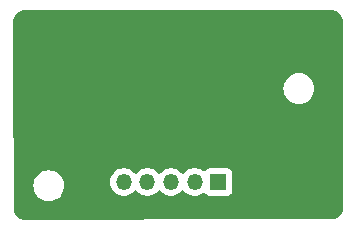
<source format=gbr>
%TF.GenerationSoftware,KiCad,Pcbnew,7.0.8*%
%TF.CreationDate,2024-10-08T21:21:09-04:00*%
%TF.ProjectId,SPIBreakout,53504942-7265-4616-9b6f-75742e6b6963,rev?*%
%TF.SameCoordinates,Original*%
%TF.FileFunction,Copper,L2,Bot*%
%TF.FilePolarity,Positive*%
%FSLAX46Y46*%
G04 Gerber Fmt 4.6, Leading zero omitted, Abs format (unit mm)*
G04 Created by KiCad (PCBNEW 7.0.8) date 2024-10-08 21:21:09*
%MOMM*%
%LPD*%
G01*
G04 APERTURE LIST*
%TA.AperFunction,ComponentPad*%
%ADD10R,1.350000X1.350000*%
%TD*%
%TA.AperFunction,ComponentPad*%
%ADD11O,1.350000X1.350000*%
%TD*%
%TA.AperFunction,ViaPad*%
%ADD12C,0.800000*%
%TD*%
G04 APERTURE END LIST*
D10*
%TO.P,J1,1,Pin_1*%
%TO.N,VCC*%
X122560000Y-67490000D03*
D11*
%TO.P,J1,2,Pin_2*%
%TO.N,DI{slash}MOSI*%
X120560000Y-67490000D03*
%TO.P,J1,3,Pin_3*%
%TO.N,Clk*%
X118560000Y-67490000D03*
%TO.P,J1,4,Pin_4*%
%TO.N,CS*%
X116560000Y-67490000D03*
%TO.P,J1,5,Pin_5*%
%TO.N,D0{slash}MISO*%
X114560000Y-67490000D03*
%TD*%
D12*
%TO.N,GND*%
X108740000Y-64380000D03*
X130890000Y-63760000D03*
X114000000Y-64380000D03*
X110010000Y-58630000D03*
X112940000Y-54460000D03*
X111650000Y-69030000D03*
X129330000Y-65650000D03*
X131610000Y-67320000D03*
X108110000Y-60160000D03*
X128240000Y-55900000D03*
X108200000Y-57080000D03*
X125750000Y-57290000D03*
X107140000Y-62530000D03*
X109420000Y-55560000D03*
X126870000Y-64370000D03*
X130670000Y-56210000D03*
X127430000Y-68500000D03*
X115320000Y-53910000D03*
%TD*%
%TA.AperFunction,Conductor*%
%TO.N,GND*%
G36*
X132122695Y-52920735D02*
G01*
X132165519Y-52924482D01*
X132291771Y-52936918D01*
X132311685Y-52940541D01*
X132378349Y-52958403D01*
X132471570Y-52986682D01*
X132487971Y-52992958D01*
X132555411Y-53024406D01*
X132558375Y-53025888D01*
X132595969Y-53045982D01*
X132642327Y-53070762D01*
X132648667Y-53074657D01*
X132714828Y-53120983D01*
X132718600Y-53123844D01*
X132790808Y-53183103D01*
X132795309Y-53187182D01*
X132852815Y-53244688D01*
X132856895Y-53249190D01*
X132916154Y-53321398D01*
X132919015Y-53325170D01*
X132965341Y-53391331D01*
X132969236Y-53397671D01*
X133014101Y-53481605D01*
X133015607Y-53484618D01*
X133024381Y-53503433D01*
X133047040Y-53552027D01*
X133053319Y-53568435D01*
X133081601Y-53661669D01*
X133099454Y-53728299D01*
X133103082Y-53748238D01*
X133115523Y-53874554D01*
X133119264Y-53917302D01*
X133119500Y-53922710D01*
X133119500Y-69648853D01*
X133119265Y-69654234D01*
X133117005Y-69680109D01*
X133115614Y-69696033D01*
X133103051Y-69823433D01*
X133099435Y-69843322D01*
X133082056Y-69908258D01*
X133053321Y-70003094D01*
X133047056Y-70019487D01*
X133016186Y-70085771D01*
X133014676Y-70088794D01*
X132969317Y-70173761D01*
X132965430Y-70180098D01*
X132919766Y-70245402D01*
X132916909Y-70249173D01*
X132857071Y-70322190D01*
X132852989Y-70326701D01*
X132796268Y-70383512D01*
X132791766Y-70387599D01*
X132718855Y-70447546D01*
X132715089Y-70450408D01*
X132649851Y-70496183D01*
X132643521Y-70500081D01*
X132558628Y-70545576D01*
X132555607Y-70547090D01*
X132489373Y-70578066D01*
X132472989Y-70584358D01*
X132378206Y-70613242D01*
X132313317Y-70630719D01*
X132293403Y-70634371D01*
X132162685Y-70647439D01*
X132136677Y-70649753D01*
X132124796Y-70650810D01*
X132119404Y-70651053D01*
X126229497Y-70660205D01*
X106228764Y-70691281D01*
X106223161Y-70691036D01*
X106179088Y-70687108D01*
X106055020Y-70674725D01*
X106035105Y-70671076D01*
X105966611Y-70652640D01*
X105871571Y-70623698D01*
X105863380Y-70620555D01*
X105790857Y-70586674D01*
X105787842Y-70585164D01*
X105705525Y-70541105D01*
X105699202Y-70537218D01*
X105632195Y-70490274D01*
X105628444Y-70487428D01*
X105579853Y-70447546D01*
X105557463Y-70429168D01*
X105552964Y-70425091D01*
X105529960Y-70402097D01*
X105494767Y-70366918D01*
X105490700Y-70362433D01*
X105432411Y-70291473D01*
X105429572Y-70287736D01*
X105382588Y-70220729D01*
X105378702Y-70214414D01*
X105334586Y-70132071D01*
X105333126Y-70129158D01*
X105299182Y-70056574D01*
X105296045Y-70048405D01*
X105267064Y-69953372D01*
X105254900Y-69908258D01*
X105248588Y-69884849D01*
X105244937Y-69864984D01*
X105232854Y-69744749D01*
X105228495Y-69696059D01*
X105228250Y-69690706D01*
X105224017Y-67810001D01*
X106894532Y-67810001D01*
X106914364Y-68036686D01*
X106914366Y-68036697D01*
X106973258Y-68256488D01*
X106973261Y-68256497D01*
X107069431Y-68462732D01*
X107069432Y-68462734D01*
X107199954Y-68649141D01*
X107360858Y-68810045D01*
X107360861Y-68810047D01*
X107547266Y-68940568D01*
X107753504Y-69036739D01*
X107973308Y-69095635D01*
X108143216Y-69110500D01*
X108256784Y-69110500D01*
X108426692Y-69095635D01*
X108646496Y-69036739D01*
X108852734Y-68940568D01*
X109039139Y-68810047D01*
X109200047Y-68649139D01*
X109330568Y-68462734D01*
X109426739Y-68256496D01*
X109485635Y-68036692D01*
X109505468Y-67810000D01*
X109485635Y-67583308D01*
X109460633Y-67490000D01*
X113379464Y-67490000D01*
X113399564Y-67706918D01*
X113399564Y-67706920D01*
X113399565Y-67706923D01*
X113459183Y-67916459D01*
X113556288Y-68111472D01*
X113687573Y-68285322D01*
X113848568Y-68432088D01*
X113848575Y-68432092D01*
X113848576Y-68432093D01*
X114033786Y-68546770D01*
X114033792Y-68546773D01*
X114056664Y-68555633D01*
X114236931Y-68625470D01*
X114451074Y-68665500D01*
X114451076Y-68665500D01*
X114668924Y-68665500D01*
X114668926Y-68665500D01*
X114883069Y-68625470D01*
X115086210Y-68546772D01*
X115271432Y-68432088D01*
X115432427Y-68285322D01*
X115461047Y-68247422D01*
X115517153Y-68205787D01*
X115586865Y-68201094D01*
X115648048Y-68234836D01*
X115658946Y-68247414D01*
X115687573Y-68285322D01*
X115848568Y-68432088D01*
X115848575Y-68432092D01*
X115848576Y-68432093D01*
X116033786Y-68546770D01*
X116033792Y-68546773D01*
X116056664Y-68555633D01*
X116236931Y-68625470D01*
X116451074Y-68665500D01*
X116451076Y-68665500D01*
X116668924Y-68665500D01*
X116668926Y-68665500D01*
X116883069Y-68625470D01*
X117086210Y-68546772D01*
X117271432Y-68432088D01*
X117432427Y-68285322D01*
X117461047Y-68247422D01*
X117517153Y-68205787D01*
X117586865Y-68201094D01*
X117648048Y-68234836D01*
X117658946Y-68247414D01*
X117687573Y-68285322D01*
X117848568Y-68432088D01*
X117848575Y-68432092D01*
X117848576Y-68432093D01*
X118033786Y-68546770D01*
X118033792Y-68546773D01*
X118056664Y-68555633D01*
X118236931Y-68625470D01*
X118451074Y-68665500D01*
X118451076Y-68665500D01*
X118668924Y-68665500D01*
X118668926Y-68665500D01*
X118883069Y-68625470D01*
X119086210Y-68546772D01*
X119271432Y-68432088D01*
X119432427Y-68285322D01*
X119461047Y-68247422D01*
X119517153Y-68205787D01*
X119586865Y-68201094D01*
X119648048Y-68234836D01*
X119658946Y-68247414D01*
X119687573Y-68285322D01*
X119848568Y-68432088D01*
X119848575Y-68432092D01*
X119848576Y-68432093D01*
X120033786Y-68546770D01*
X120033792Y-68546773D01*
X120056664Y-68555633D01*
X120236931Y-68625470D01*
X120451074Y-68665500D01*
X120451076Y-68665500D01*
X120668924Y-68665500D01*
X120668926Y-68665500D01*
X120883069Y-68625470D01*
X121086210Y-68546772D01*
X121271432Y-68432088D01*
X121282407Y-68422082D01*
X121345207Y-68391463D01*
X121414594Y-68399657D01*
X121465214Y-68439405D01*
X121527452Y-68522544D01*
X121527455Y-68522547D01*
X121642664Y-68608793D01*
X121642671Y-68608797D01*
X121777517Y-68659091D01*
X121777516Y-68659091D01*
X121784444Y-68659835D01*
X121837127Y-68665500D01*
X123282872Y-68665499D01*
X123342483Y-68659091D01*
X123477331Y-68608796D01*
X123592546Y-68522546D01*
X123678796Y-68407331D01*
X123729091Y-68272483D01*
X123735500Y-68212873D01*
X123735499Y-66767128D01*
X123729091Y-66707517D01*
X123724302Y-66694678D01*
X123678797Y-66572671D01*
X123678793Y-66572664D01*
X123592547Y-66457455D01*
X123592544Y-66457452D01*
X123477335Y-66371206D01*
X123477328Y-66371202D01*
X123342482Y-66320908D01*
X123342483Y-66320908D01*
X123282883Y-66314501D01*
X123282881Y-66314500D01*
X123282873Y-66314500D01*
X123282864Y-66314500D01*
X121837129Y-66314500D01*
X121837123Y-66314501D01*
X121777516Y-66320908D01*
X121642671Y-66371202D01*
X121642664Y-66371206D01*
X121527455Y-66457452D01*
X121465214Y-66540594D01*
X121409279Y-66582465D01*
X121339588Y-66587448D01*
X121282411Y-66557920D01*
X121271434Y-66547913D01*
X121271429Y-66547910D01*
X121086213Y-66433229D01*
X121086207Y-66433226D01*
X121001113Y-66400260D01*
X120883069Y-66354530D01*
X120668926Y-66314500D01*
X120451074Y-66314500D01*
X120236931Y-66354530D01*
X120193896Y-66371202D01*
X120033792Y-66433226D01*
X120033786Y-66433229D01*
X119848576Y-66547906D01*
X119848566Y-66547913D01*
X119687573Y-66694676D01*
X119658953Y-66732576D01*
X119602844Y-66774211D01*
X119533132Y-66778902D01*
X119471950Y-66745159D01*
X119461047Y-66732576D01*
X119432426Y-66694676D01*
X119271433Y-66547913D01*
X119271423Y-66547906D01*
X119086213Y-66433229D01*
X119086207Y-66433226D01*
X119001113Y-66400260D01*
X118883069Y-66354530D01*
X118668926Y-66314500D01*
X118451074Y-66314500D01*
X118236931Y-66354530D01*
X118193896Y-66371202D01*
X118033792Y-66433226D01*
X118033786Y-66433229D01*
X117848576Y-66547906D01*
X117848566Y-66547913D01*
X117687573Y-66694676D01*
X117658953Y-66732576D01*
X117602844Y-66774211D01*
X117533132Y-66778902D01*
X117471950Y-66745159D01*
X117461047Y-66732576D01*
X117432426Y-66694676D01*
X117271433Y-66547913D01*
X117271423Y-66547906D01*
X117086213Y-66433229D01*
X117086207Y-66433226D01*
X117001113Y-66400260D01*
X116883069Y-66354530D01*
X116668926Y-66314500D01*
X116451074Y-66314500D01*
X116236931Y-66354530D01*
X116193896Y-66371202D01*
X116033792Y-66433226D01*
X116033786Y-66433229D01*
X115848576Y-66547906D01*
X115848566Y-66547913D01*
X115687573Y-66694676D01*
X115658953Y-66732576D01*
X115602844Y-66774211D01*
X115533132Y-66778902D01*
X115471950Y-66745159D01*
X115461047Y-66732576D01*
X115432426Y-66694676D01*
X115271433Y-66547913D01*
X115271423Y-66547906D01*
X115086213Y-66433229D01*
X115086207Y-66433226D01*
X115001113Y-66400260D01*
X114883069Y-66354530D01*
X114668926Y-66314500D01*
X114451074Y-66314500D01*
X114236931Y-66354530D01*
X114193896Y-66371202D01*
X114033792Y-66433226D01*
X114033786Y-66433229D01*
X113848576Y-66547906D01*
X113848566Y-66547913D01*
X113687574Y-66694676D01*
X113556288Y-66868527D01*
X113459184Y-67063537D01*
X113399564Y-67273081D01*
X113379464Y-67489999D01*
X113379464Y-67490000D01*
X109460633Y-67490000D01*
X109426739Y-67363504D01*
X109330568Y-67157266D01*
X109200047Y-66970861D01*
X109200045Y-66970858D01*
X109039141Y-66809954D01*
X108852734Y-66679432D01*
X108852732Y-66679431D01*
X108646497Y-66583261D01*
X108646488Y-66583258D01*
X108426697Y-66524366D01*
X108426687Y-66524364D01*
X108256784Y-66509500D01*
X108143216Y-66509500D01*
X107973312Y-66524364D01*
X107973302Y-66524366D01*
X107753511Y-66583258D01*
X107753502Y-66583261D01*
X107547267Y-66679431D01*
X107547265Y-66679432D01*
X107360858Y-66809954D01*
X107199954Y-66970858D01*
X107069432Y-67157265D01*
X107069431Y-67157267D01*
X106973261Y-67363502D01*
X106973258Y-67363511D01*
X106914366Y-67583302D01*
X106914364Y-67583313D01*
X106894532Y-67809998D01*
X106894532Y-67810001D01*
X105224017Y-67810001D01*
X105205514Y-59590001D01*
X128074532Y-59590001D01*
X128094364Y-59816686D01*
X128094366Y-59816697D01*
X128153258Y-60036488D01*
X128153261Y-60036497D01*
X128249431Y-60242732D01*
X128249432Y-60242734D01*
X128379954Y-60429141D01*
X128540858Y-60590045D01*
X128540861Y-60590047D01*
X128727266Y-60720568D01*
X128933504Y-60816739D01*
X129153308Y-60875635D01*
X129323216Y-60890500D01*
X129436784Y-60890500D01*
X129606692Y-60875635D01*
X129826496Y-60816739D01*
X130032734Y-60720568D01*
X130219139Y-60590047D01*
X130380047Y-60429139D01*
X130510568Y-60242734D01*
X130606739Y-60036496D01*
X130665635Y-59816692D01*
X130685468Y-59590000D01*
X130665635Y-59363308D01*
X130606739Y-59143504D01*
X130510568Y-58937266D01*
X130380047Y-58750861D01*
X130380045Y-58750858D01*
X130219141Y-58589954D01*
X130032734Y-58459432D01*
X130032732Y-58459431D01*
X129826497Y-58363261D01*
X129826488Y-58363258D01*
X129606697Y-58304366D01*
X129606687Y-58304364D01*
X129436784Y-58289500D01*
X129323216Y-58289500D01*
X129153312Y-58304364D01*
X129153302Y-58304366D01*
X128933511Y-58363258D01*
X128933502Y-58363261D01*
X128727267Y-58459431D01*
X128727265Y-58459432D01*
X128540858Y-58589954D01*
X128379954Y-58750858D01*
X128249432Y-58937265D01*
X128249431Y-58937267D01*
X128153261Y-59143502D01*
X128153258Y-59143511D01*
X128094366Y-59363302D01*
X128094364Y-59363313D01*
X128074532Y-59589998D01*
X128074532Y-59590001D01*
X105205514Y-59590001D01*
X105192762Y-53924965D01*
X105192987Y-53919554D01*
X105193179Y-53917302D01*
X105196740Y-53875572D01*
X105208760Y-53750493D01*
X105212350Y-53730527D01*
X105230594Y-53661927D01*
X105230672Y-53661669D01*
X105258181Y-53570386D01*
X105264428Y-53553973D01*
X105296371Y-53485183D01*
X105297839Y-53482232D01*
X105342026Y-53399260D01*
X105345891Y-53392947D01*
X105392868Y-53325665D01*
X105395692Y-53321933D01*
X105454227Y-53250427D01*
X105458243Y-53245986D01*
X105516563Y-53187538D01*
X105521022Y-53183487D01*
X105592394Y-53124800D01*
X105596113Y-53121974D01*
X105663286Y-53074854D01*
X105669614Y-53070961D01*
X105752435Y-53026621D01*
X105755403Y-53025135D01*
X105824147Y-52993030D01*
X105840539Y-52986749D01*
X105932004Y-52958966D01*
X106000602Y-52940561D01*
X106020556Y-52936925D01*
X106141888Y-52924964D01*
X106190179Y-52920735D01*
X106195580Y-52920500D01*
X132117293Y-52920500D01*
X132122695Y-52920735D01*
G37*
%TD.AperFunction*%
%TD*%
M02*

</source>
